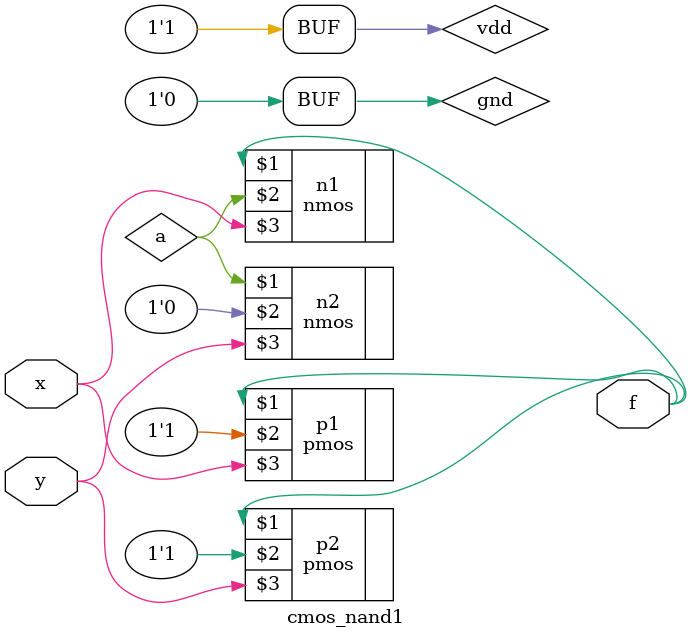
<source format=v>
module cmos_nand1 (f,x,y);
    input x,y;
    output f;
    supply1 vdd;
    supply0 gnd;
    wire a;
    

    pmos p1 (f,vdd,x);
    pmos p2 (f,vdd,y);
    nmos n1 (f,a,x);
    nmos n2 (a,gnd,y);
endmodule

</source>
